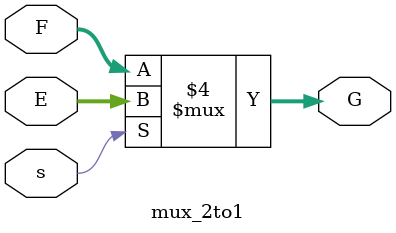
<source format=v>
module mux_2to1
(
	input [7:0] E, F,
	input s,
	output reg [7:0] G
);
always@(*)
begin
if (s == 1'b1) 
	G = E;
else
	G = F;
end
endmodule

</source>
